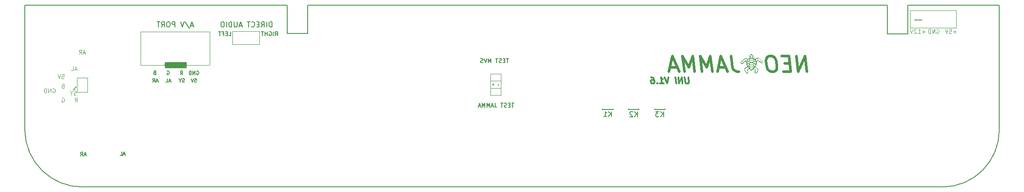
<source format=gbo>
G04 #@! TF.FileFunction,Legend,Bot*
%FSLAX46Y46*%
G04 Gerber Fmt 4.6, Leading zero omitted, Abs format (unit mm)*
G04 Created by KiCad (PCBNEW 4.0.7) date 05/21/21 15:04:17*
%MOMM*%
%LPD*%
G01*
G04 APERTURE LIST*
%ADD10C,0.100000*%
%ADD11C,0.150000*%
%ADD12C,0.200000*%
%ADD13C,0.500000*%
%ADD14C,0.300000*%
%ADD15C,0.010000*%
%ADD16C,0.120000*%
%ADD17C,1.000000*%
%ADD18C,0.031750*%
G04 APERTURE END LIST*
D10*
D11*
X75825000Y-101450000D02*
X76375000Y-100900000D01*
X190897500Y-105325500D02*
X188854500Y-105325500D01*
X185849500Y-105331500D02*
X183777500Y-105331500D01*
X180812500Y-105317500D02*
X180812500Y-105104500D01*
X183777500Y-105331500D02*
X183777500Y-105118500D01*
X188839500Y-105325500D02*
X188839500Y-105096500D01*
X178718500Y-105325500D02*
X178718500Y-105112500D01*
X180816500Y-105325500D02*
X178729500Y-105325500D01*
X185844500Y-105331500D02*
X185844500Y-105118500D01*
X190904500Y-105318500D02*
X190904500Y-105089500D01*
D12*
X180505095Y-106687381D02*
X180505095Y-105687381D01*
X179933666Y-106687381D02*
X180362238Y-106115952D01*
X179933666Y-105687381D02*
X180505095Y-106258810D01*
X178981285Y-106687381D02*
X179552714Y-106687381D01*
X179267000Y-106687381D02*
X179267000Y-105687381D01*
X179362238Y-105830238D01*
X179457476Y-105925476D01*
X179552714Y-105973095D01*
X185561095Y-106702381D02*
X185561095Y-105702381D01*
X184989666Y-106702381D02*
X185418238Y-106130952D01*
X184989666Y-105702381D02*
X185561095Y-106273810D01*
X184608714Y-105797619D02*
X184561095Y-105750000D01*
X184465857Y-105702381D01*
X184227761Y-105702381D01*
X184132523Y-105750000D01*
X184084904Y-105797619D01*
X184037285Y-105892857D01*
X184037285Y-105988095D01*
X184084904Y-106130952D01*
X184656333Y-106702381D01*
X184037285Y-106702381D01*
X190613095Y-106691381D02*
X190613095Y-105691381D01*
X190041666Y-106691381D02*
X190470238Y-106119952D01*
X190041666Y-105691381D02*
X190613095Y-106262810D01*
X189708333Y-105691381D02*
X189089285Y-105691381D01*
X189422619Y-106072333D01*
X189279761Y-106072333D01*
X189184523Y-106119952D01*
X189136904Y-106167571D01*
X189089285Y-106262810D01*
X189089285Y-106500905D01*
X189136904Y-106596143D01*
X189184523Y-106643762D01*
X189279761Y-106691381D01*
X189565476Y-106691381D01*
X189660714Y-106643762D01*
X189708333Y-106596143D01*
D10*
X76346428Y-102423810D02*
X76232142Y-102461905D01*
X76041666Y-102461905D01*
X75965476Y-102423810D01*
X75927380Y-102385714D01*
X75889285Y-102309524D01*
X75889285Y-102233333D01*
X75927380Y-102157143D01*
X75965476Y-102119048D01*
X76041666Y-102080952D01*
X76194047Y-102042857D01*
X76270238Y-102004762D01*
X76308333Y-101966667D01*
X76346428Y-101890476D01*
X76346428Y-101814286D01*
X76308333Y-101738095D01*
X76270238Y-101700000D01*
X76194047Y-101661905D01*
X76003571Y-101661905D01*
X75889285Y-101700000D01*
X75394047Y-102080952D02*
X75394047Y-102461905D01*
X75660714Y-101661905D02*
X75394047Y-102080952D01*
X75127380Y-101661905D01*
X73590476Y-103075000D02*
X73666667Y-103036905D01*
X73780952Y-103036905D01*
X73895238Y-103075000D01*
X73971429Y-103151190D01*
X74009524Y-103227381D01*
X74047619Y-103379762D01*
X74047619Y-103494048D01*
X74009524Y-103646429D01*
X73971429Y-103722619D01*
X73895238Y-103798810D01*
X73780952Y-103836905D01*
X73704762Y-103836905D01*
X73590476Y-103798810D01*
X73552381Y-103760714D01*
X73552381Y-103494048D01*
X73704762Y-103494048D01*
X76476285Y-97485333D02*
X76095333Y-97485333D01*
X76552476Y-97713905D02*
X76285809Y-96913905D01*
X76019142Y-97713905D01*
X75371523Y-97713905D02*
X75752476Y-97713905D01*
X75752476Y-96913905D01*
X71784523Y-101250000D02*
X71860714Y-101211905D01*
X71974999Y-101211905D01*
X72089285Y-101250000D01*
X72165476Y-101326190D01*
X72203571Y-101402381D01*
X72241666Y-101554762D01*
X72241666Y-101669048D01*
X72203571Y-101821429D01*
X72165476Y-101897619D01*
X72089285Y-101973810D01*
X71974999Y-102011905D01*
X71898809Y-102011905D01*
X71784523Y-101973810D01*
X71746428Y-101935714D01*
X71746428Y-101669048D01*
X71898809Y-101669048D01*
X71403571Y-102011905D02*
X71403571Y-101211905D01*
X70946428Y-102011905D01*
X70946428Y-101211905D01*
X70565476Y-102011905D02*
X70565476Y-101211905D01*
X70375000Y-101211905D01*
X70260714Y-101250000D01*
X70184523Y-101326190D01*
X70146428Y-101402381D01*
X70108333Y-101554762D01*
X70108333Y-101669048D01*
X70146428Y-101821429D01*
X70184523Y-101897619D01*
X70260714Y-101973810D01*
X70375000Y-102011905D01*
X70565476Y-102011905D01*
X73717857Y-100717857D02*
X73603571Y-100755952D01*
X73565476Y-100794048D01*
X73527381Y-100870238D01*
X73527381Y-100984524D01*
X73565476Y-101060714D01*
X73603571Y-101098810D01*
X73679762Y-101136905D01*
X73984524Y-101136905D01*
X73984524Y-100336905D01*
X73717857Y-100336905D01*
X73641667Y-100375000D01*
X73603571Y-100413095D01*
X73565476Y-100489286D01*
X73565476Y-100565476D01*
X73603571Y-100641667D01*
X73641667Y-100679762D01*
X73717857Y-100717857D01*
X73984524Y-100717857D01*
X73558380Y-98467905D02*
X73939333Y-98467905D01*
X73977428Y-98848857D01*
X73939333Y-98810762D01*
X73863142Y-98772667D01*
X73672666Y-98772667D01*
X73596476Y-98810762D01*
X73558380Y-98848857D01*
X73520285Y-98925048D01*
X73520285Y-99115524D01*
X73558380Y-99191714D01*
X73596476Y-99229810D01*
X73672666Y-99267905D01*
X73863142Y-99267905D01*
X73939333Y-99229810D01*
X73977428Y-99191714D01*
X73291714Y-98467905D02*
X73025047Y-99267905D01*
X72758380Y-98467905D01*
X78090476Y-94283333D02*
X77709524Y-94283333D01*
X78166667Y-94511905D02*
X77900000Y-93711905D01*
X77633333Y-94511905D01*
X76909524Y-94511905D02*
X77176191Y-94130952D01*
X77366667Y-94511905D02*
X77366667Y-93711905D01*
X77061905Y-93711905D01*
X76985714Y-93750000D01*
X76947619Y-93788095D01*
X76909524Y-93864286D01*
X76909524Y-93978571D01*
X76947619Y-94054762D01*
X76985714Y-94092857D01*
X77061905Y-94130952D01*
X77366667Y-94130952D01*
X76077381Y-103836905D02*
X76344048Y-103455952D01*
X76534524Y-103836905D02*
X76534524Y-103036905D01*
X76229762Y-103036905D01*
X76153571Y-103075000D01*
X76115476Y-103113095D01*
X76077381Y-103189286D01*
X76077381Y-103303571D01*
X76115476Y-103379762D01*
X76153571Y-103417857D01*
X76229762Y-103455952D01*
X76534524Y-103455952D01*
D11*
X78255667Y-114126667D02*
X77922333Y-114126667D01*
X78322333Y-114326667D02*
X78089000Y-113626667D01*
X77855667Y-114326667D01*
X77222333Y-114326667D02*
X77455667Y-113993333D01*
X77622333Y-114326667D02*
X77622333Y-113626667D01*
X77355667Y-113626667D01*
X77289000Y-113660000D01*
X77255667Y-113693333D01*
X77222333Y-113760000D01*
X77222333Y-113860000D01*
X77255667Y-113926667D01*
X77289000Y-113960000D01*
X77355667Y-113993333D01*
X77622333Y-113993333D01*
X85832000Y-114035667D02*
X85498666Y-114035667D01*
X85898666Y-114235667D02*
X85665333Y-113535667D01*
X85432000Y-114235667D01*
X84865333Y-114235667D02*
X85198666Y-114235667D01*
X85198666Y-113535667D01*
X94044667Y-97819000D02*
X94111333Y-97785667D01*
X94211333Y-97785667D01*
X94311333Y-97819000D01*
X94378000Y-97885667D01*
X94411333Y-97952333D01*
X94444667Y-98085667D01*
X94444667Y-98185667D01*
X94411333Y-98319000D01*
X94378000Y-98385667D01*
X94311333Y-98452333D01*
X94211333Y-98485667D01*
X94144667Y-98485667D01*
X94044667Y-98452333D01*
X94011333Y-98419000D01*
X94011333Y-98185667D01*
X94144667Y-98185667D01*
X99802333Y-97819000D02*
X99868999Y-97785667D01*
X99968999Y-97785667D01*
X100068999Y-97819000D01*
X100135666Y-97885667D01*
X100168999Y-97952333D01*
X100202333Y-98085667D01*
X100202333Y-98185667D01*
X100168999Y-98319000D01*
X100135666Y-98385667D01*
X100068999Y-98452333D01*
X99968999Y-98485667D01*
X99902333Y-98485667D01*
X99802333Y-98452333D01*
X99768999Y-98419000D01*
X99768999Y-98185667D01*
X99902333Y-98185667D01*
X99468999Y-98485667D02*
X99468999Y-97785667D01*
X99068999Y-98485667D01*
X99068999Y-97785667D01*
X98735666Y-98485667D02*
X98735666Y-97785667D01*
X98569000Y-97785667D01*
X98469000Y-97819000D01*
X98402333Y-97885667D01*
X98369000Y-97952333D01*
X98335666Y-98085667D01*
X98335666Y-98185667D01*
X98369000Y-98319000D01*
X98402333Y-98385667D01*
X98469000Y-98452333D01*
X98569000Y-98485667D01*
X98735666Y-98485667D01*
X99411333Y-99267667D02*
X99744666Y-99267667D01*
X99778000Y-99601000D01*
X99744666Y-99567667D01*
X99678000Y-99534333D01*
X99511333Y-99534333D01*
X99444666Y-99567667D01*
X99411333Y-99601000D01*
X99378000Y-99667667D01*
X99378000Y-99834333D01*
X99411333Y-99901000D01*
X99444666Y-99934333D01*
X99511333Y-99967667D01*
X99678000Y-99967667D01*
X99744666Y-99934333D01*
X99778000Y-99901000D01*
X99177999Y-99267667D02*
X98944666Y-99967667D01*
X98711333Y-99267667D01*
X94754000Y-99754667D02*
X94420666Y-99754667D01*
X94820666Y-99954667D02*
X94587333Y-99254667D01*
X94354000Y-99954667D01*
X93787333Y-99954667D02*
X94120666Y-99954667D01*
X94120666Y-99254667D01*
X92278667Y-99767667D02*
X91945333Y-99767667D01*
X92345333Y-99967667D02*
X92112000Y-99267667D01*
X91878667Y-99967667D01*
X91245333Y-99967667D02*
X91478667Y-99634333D01*
X91645333Y-99967667D02*
X91645333Y-99267667D01*
X91378667Y-99267667D01*
X91312000Y-99301000D01*
X91278667Y-99334333D01*
X91245333Y-99401000D01*
X91245333Y-99501000D01*
X91278667Y-99567667D01*
X91312000Y-99601000D01*
X91378667Y-99634333D01*
X91645333Y-99634333D01*
X91625000Y-98131000D02*
X91525000Y-98164333D01*
X91491667Y-98197667D01*
X91458333Y-98264333D01*
X91458333Y-98364333D01*
X91491667Y-98431000D01*
X91525000Y-98464333D01*
X91591667Y-98497667D01*
X91858333Y-98497667D01*
X91858333Y-97797667D01*
X91625000Y-97797667D01*
X91558333Y-97831000D01*
X91525000Y-97864333D01*
X91491667Y-97931000D01*
X91491667Y-97997667D01*
X91525000Y-98064333D01*
X91558333Y-98097667D01*
X91625000Y-98131000D01*
X91858333Y-98131000D01*
X97405000Y-99961333D02*
X97305000Y-99994667D01*
X97138333Y-99994667D01*
X97071666Y-99961333D01*
X97038333Y-99928000D01*
X97005000Y-99861333D01*
X97005000Y-99794667D01*
X97038333Y-99728000D01*
X97071666Y-99694667D01*
X97138333Y-99661333D01*
X97271666Y-99628000D01*
X97338333Y-99594667D01*
X97371666Y-99561333D01*
X97405000Y-99494667D01*
X97405000Y-99428000D01*
X97371666Y-99361333D01*
X97338333Y-99328000D01*
X97271666Y-99294667D01*
X97105000Y-99294667D01*
X97005000Y-99328000D01*
X96571666Y-99661333D02*
X96571666Y-99994667D01*
X96804999Y-99294667D02*
X96571666Y-99661333D01*
X96338333Y-99294667D01*
X96640333Y-98497667D02*
X96873667Y-98164333D01*
X97040333Y-98497667D02*
X97040333Y-97797667D01*
X96773667Y-97797667D01*
X96707000Y-97831000D01*
X96673667Y-97864333D01*
X96640333Y-97931000D01*
X96640333Y-98031000D01*
X96673667Y-98097667D01*
X96707000Y-98131000D01*
X96773667Y-98164333D01*
X97040333Y-98164333D01*
D10*
X247565571Y-90156143D02*
X246956047Y-90156143D01*
X247260809Y-90460905D02*
X247260809Y-89851381D01*
X246194142Y-89660905D02*
X246575095Y-89660905D01*
X246613190Y-90041857D01*
X246575095Y-90003762D01*
X246498904Y-89965667D01*
X246308428Y-89965667D01*
X246232238Y-90003762D01*
X246194142Y-90041857D01*
X246156047Y-90118048D01*
X246156047Y-90308524D01*
X246194142Y-90384714D01*
X246232238Y-90422810D01*
X246308428Y-90460905D01*
X246498904Y-90460905D01*
X246575095Y-90422810D01*
X246613190Y-90384714D01*
X245927476Y-89660905D02*
X245660809Y-90460905D01*
X245394142Y-89660905D01*
X241519524Y-90137143D02*
X240910000Y-90137143D01*
X241214762Y-90441905D02*
X241214762Y-89832381D01*
X240110000Y-90441905D02*
X240567143Y-90441905D01*
X240338572Y-90441905D02*
X240338572Y-89641905D01*
X240414762Y-89756190D01*
X240490953Y-89832381D01*
X240567143Y-89870476D01*
X239805238Y-89718095D02*
X239767143Y-89680000D01*
X239690952Y-89641905D01*
X239500476Y-89641905D01*
X239424286Y-89680000D01*
X239386190Y-89718095D01*
X239348095Y-89794286D01*
X239348095Y-89870476D01*
X239386190Y-89984762D01*
X239843333Y-90441905D01*
X239348095Y-90441905D01*
X239119524Y-89641905D02*
X238852857Y-90441905D01*
X238586190Y-89641905D01*
D11*
X244827000Y-120403000D02*
X77789000Y-120403000D01*
X255937000Y-84980000D02*
X255937000Y-109124000D01*
X238205000Y-84963000D02*
X255937000Y-84963000D01*
X238174000Y-90527000D02*
X238174000Y-84957000D01*
X244851000Y-120412000D02*
G75*
G03X255943000Y-109264000I-28000J11120000D01*
G01*
X66349000Y-109342000D02*
G75*
G03X77749000Y-120406000I11232000J168000D01*
G01*
X66349000Y-84935000D02*
X66349000Y-109258000D01*
X234151000Y-90527000D02*
X234151000Y-84957000D01*
X121369000Y-84970000D02*
X121369000Y-90500000D01*
X117402000Y-84931000D02*
X117402000Y-90497000D01*
X117398000Y-84931000D02*
X66355000Y-84931000D01*
X238164000Y-90525000D02*
X234144000Y-90525000D01*
D12*
X160482906Y-95367905D02*
X160025763Y-95367905D01*
X160254334Y-96167905D02*
X160254334Y-95367905D01*
X159759096Y-95748857D02*
X159492429Y-95748857D01*
X159378143Y-96167905D02*
X159759096Y-96167905D01*
X159759096Y-95367905D01*
X159378143Y-95367905D01*
X159073381Y-96129810D02*
X158959095Y-96167905D01*
X158768619Y-96167905D01*
X158692429Y-96129810D01*
X158654333Y-96091714D01*
X158616238Y-96015524D01*
X158616238Y-95939333D01*
X158654333Y-95863143D01*
X158692429Y-95825048D01*
X158768619Y-95786952D01*
X158921000Y-95748857D01*
X158997191Y-95710762D01*
X159035286Y-95672667D01*
X159073381Y-95596476D01*
X159073381Y-95520286D01*
X159035286Y-95444095D01*
X158997191Y-95406000D01*
X158921000Y-95367905D01*
X158730524Y-95367905D01*
X158616238Y-95406000D01*
X158387667Y-95367905D02*
X157930524Y-95367905D01*
X158159095Y-96167905D02*
X158159095Y-95367905D01*
X157054333Y-96167905D02*
X157054333Y-95367905D01*
X156787666Y-95939333D01*
X156520999Y-95367905D01*
X156520999Y-96167905D01*
X156254333Y-95367905D02*
X155987666Y-96167905D01*
X155720999Y-95367905D01*
X155492428Y-96129810D02*
X155378142Y-96167905D01*
X155187666Y-96167905D01*
X155111476Y-96129810D01*
X155073380Y-96091714D01*
X155035285Y-96015524D01*
X155035285Y-95939333D01*
X155073380Y-95863143D01*
X155111476Y-95825048D01*
X155187666Y-95786952D01*
X155340047Y-95748857D01*
X155416238Y-95710762D01*
X155454333Y-95672667D01*
X155492428Y-95596476D01*
X155492428Y-95520286D01*
X155454333Y-95444095D01*
X155416238Y-95406000D01*
X155340047Y-95367905D01*
X155149571Y-95367905D01*
X155035285Y-95406000D01*
X161514715Y-104057905D02*
X161057572Y-104057905D01*
X161286143Y-104857905D02*
X161286143Y-104057905D01*
X160790905Y-104438857D02*
X160524238Y-104438857D01*
X160409952Y-104857905D02*
X160790905Y-104857905D01*
X160790905Y-104057905D01*
X160409952Y-104057905D01*
X160105190Y-104819810D02*
X159990904Y-104857905D01*
X159800428Y-104857905D01*
X159724238Y-104819810D01*
X159686142Y-104781714D01*
X159648047Y-104705524D01*
X159648047Y-104629333D01*
X159686142Y-104553143D01*
X159724238Y-104515048D01*
X159800428Y-104476952D01*
X159952809Y-104438857D01*
X160029000Y-104400762D01*
X160067095Y-104362667D01*
X160105190Y-104286476D01*
X160105190Y-104210286D01*
X160067095Y-104134095D01*
X160029000Y-104096000D01*
X159952809Y-104057905D01*
X159762333Y-104057905D01*
X159648047Y-104096000D01*
X159419476Y-104057905D02*
X158962333Y-104057905D01*
X159190904Y-104857905D02*
X159190904Y-104057905D01*
X157857570Y-104057905D02*
X157857570Y-104629333D01*
X157895666Y-104743619D01*
X157971856Y-104819810D01*
X158086142Y-104857905D01*
X158162332Y-104857905D01*
X157514713Y-104629333D02*
X157133761Y-104629333D01*
X157590904Y-104857905D02*
X157324237Y-104057905D01*
X157057570Y-104857905D01*
X156790904Y-104857905D02*
X156790904Y-104057905D01*
X156524237Y-104629333D01*
X156257570Y-104057905D01*
X156257570Y-104857905D01*
X155876618Y-104857905D02*
X155876618Y-104057905D01*
X155609951Y-104629333D01*
X155343284Y-104057905D01*
X155343284Y-104857905D01*
X155000427Y-104629333D02*
X154619475Y-104629333D01*
X155076618Y-104857905D02*
X154809951Y-104057905D01*
X154543284Y-104857905D01*
D10*
X243773523Y-89689000D02*
X243849714Y-89650905D01*
X243963999Y-89650905D01*
X244078285Y-89689000D01*
X244154476Y-89765190D01*
X244192571Y-89841381D01*
X244230666Y-89993762D01*
X244230666Y-90108048D01*
X244192571Y-90260429D01*
X244154476Y-90336619D01*
X244078285Y-90412810D01*
X243963999Y-90450905D01*
X243887809Y-90450905D01*
X243773523Y-90412810D01*
X243735428Y-90374714D01*
X243735428Y-90108048D01*
X243887809Y-90108048D01*
X243392571Y-90450905D02*
X243392571Y-89650905D01*
X242935428Y-90450905D01*
X242935428Y-89650905D01*
X242554476Y-90450905D02*
X242554476Y-89650905D01*
X242364000Y-89650905D01*
X242249714Y-89689000D01*
X242173523Y-89765190D01*
X242135428Y-89841381D01*
X242097333Y-89993762D01*
X242097333Y-90108048D01*
X242135428Y-90260429D01*
X242173523Y-90336619D01*
X242249714Y-90412810D01*
X242364000Y-90450905D01*
X242554476Y-90450905D01*
D11*
X121369000Y-84960000D02*
X234149000Y-84960000D01*
X117399000Y-90500000D02*
X121369000Y-90500000D01*
D13*
X218538928Y-97902143D02*
X218163928Y-94902143D01*
X216824643Y-97902143D01*
X216449643Y-94902143D01*
X215199642Y-96330714D02*
X214199642Y-96330714D01*
X213967500Y-97902143D02*
X215396071Y-97902143D01*
X215021071Y-94902143D01*
X213592500Y-94902143D01*
X211735357Y-94902143D02*
X211163928Y-94902143D01*
X210896071Y-95045000D01*
X210646071Y-95330714D01*
X210574642Y-95902143D01*
X210699642Y-96902143D01*
X210913928Y-97473571D01*
X211235357Y-97759286D01*
X211538928Y-97902143D01*
X212110357Y-97902143D01*
X212378214Y-97759286D01*
X212628213Y-97473571D01*
X212699642Y-96902143D01*
X212574642Y-95902143D01*
X212360356Y-95330714D01*
X212038928Y-95045000D01*
X211735357Y-94902143D01*
X203735357Y-94902143D02*
X204003214Y-97045000D01*
X204199643Y-97473571D01*
X204521072Y-97759286D01*
X204967500Y-97902143D01*
X205253215Y-97902143D01*
X202717500Y-97045000D02*
X201288929Y-97045000D01*
X203110358Y-97902143D02*
X201735358Y-94902143D01*
X201110358Y-97902143D01*
X200110357Y-97902143D02*
X199735357Y-94902143D01*
X199003214Y-97045000D01*
X197735357Y-94902143D01*
X198110357Y-97902143D01*
X196681786Y-97902143D02*
X196306786Y-94902143D01*
X195574643Y-97045000D01*
X194306786Y-94902143D01*
X194681786Y-97902143D01*
X193288929Y-97045000D02*
X191860358Y-97045000D01*
X193681787Y-97902143D02*
X192306787Y-94902143D01*
X191681787Y-97902143D01*
D14*
X195431000Y-99037857D02*
X195552429Y-100009286D01*
X195509571Y-100123571D01*
X195459571Y-100180714D01*
X195352428Y-100237857D01*
X195123857Y-100237857D01*
X195002428Y-100180714D01*
X194938142Y-100123571D01*
X194866714Y-100009286D01*
X194745285Y-99037857D01*
X194323857Y-100237857D02*
X194173857Y-99037857D01*
X193638142Y-100237857D01*
X193488142Y-99037857D01*
X193066714Y-100237857D02*
X192916714Y-99037857D01*
X191602427Y-99037857D02*
X191352427Y-100237857D01*
X190802427Y-99037857D01*
X189923856Y-100237857D02*
X190609571Y-100237857D01*
X190266713Y-100237857D02*
X190116713Y-99037857D01*
X190252428Y-99209286D01*
X190380999Y-99323571D01*
X190502428Y-99380714D01*
X189395285Y-100123571D02*
X189345285Y-100180714D01*
X189409571Y-100237857D01*
X189459571Y-100180714D01*
X189395285Y-100123571D01*
X189409571Y-100237857D01*
X188173856Y-99037857D02*
X188402427Y-99037857D01*
X188523856Y-99095000D01*
X188588142Y-99152143D01*
X188723856Y-99323571D01*
X188809571Y-99552143D01*
X188866714Y-100009286D01*
X188823856Y-100123571D01*
X188773856Y-100180714D01*
X188666713Y-100237857D01*
X188438142Y-100237857D01*
X188316713Y-100180714D01*
X188252427Y-100123571D01*
X188180999Y-100009286D01*
X188145284Y-99723571D01*
X188188142Y-99609286D01*
X188238142Y-99552143D01*
X188345285Y-99495000D01*
X188573856Y-99495000D01*
X188695285Y-99552143D01*
X188759571Y-99609286D01*
X188830999Y-99723571D01*
D12*
X114412571Y-89210381D02*
X114412571Y-88210381D01*
X114174476Y-88210381D01*
X114031618Y-88258000D01*
X113936380Y-88353238D01*
X113888761Y-88448476D01*
X113841142Y-88638952D01*
X113841142Y-88781810D01*
X113888761Y-88972286D01*
X113936380Y-89067524D01*
X114031618Y-89162762D01*
X114174476Y-89210381D01*
X114412571Y-89210381D01*
X113412571Y-89210381D02*
X113412571Y-88210381D01*
X112364952Y-89210381D02*
X112698286Y-88734190D01*
X112936381Y-89210381D02*
X112936381Y-88210381D01*
X112555428Y-88210381D01*
X112460190Y-88258000D01*
X112412571Y-88305619D01*
X112364952Y-88400857D01*
X112364952Y-88543714D01*
X112412571Y-88638952D01*
X112460190Y-88686571D01*
X112555428Y-88734190D01*
X112936381Y-88734190D01*
X111936381Y-88686571D02*
X111603047Y-88686571D01*
X111460190Y-89210381D02*
X111936381Y-89210381D01*
X111936381Y-88210381D01*
X111460190Y-88210381D01*
X110460190Y-89115143D02*
X110507809Y-89162762D01*
X110650666Y-89210381D01*
X110745904Y-89210381D01*
X110888762Y-89162762D01*
X110984000Y-89067524D01*
X111031619Y-88972286D01*
X111079238Y-88781810D01*
X111079238Y-88638952D01*
X111031619Y-88448476D01*
X110984000Y-88353238D01*
X110888762Y-88258000D01*
X110745904Y-88210381D01*
X110650666Y-88210381D01*
X110507809Y-88258000D01*
X110460190Y-88305619D01*
X110174476Y-88210381D02*
X109603047Y-88210381D01*
X109888762Y-89210381D02*
X109888762Y-88210381D01*
X108555428Y-88924667D02*
X108079237Y-88924667D01*
X108650666Y-89210381D02*
X108317333Y-88210381D01*
X107983999Y-89210381D01*
X107650666Y-88210381D02*
X107650666Y-89019905D01*
X107603047Y-89115143D01*
X107555428Y-89162762D01*
X107460190Y-89210381D01*
X107269713Y-89210381D01*
X107174475Y-89162762D01*
X107126856Y-89115143D01*
X107079237Y-89019905D01*
X107079237Y-88210381D01*
X106603047Y-89210381D02*
X106603047Y-88210381D01*
X106364952Y-88210381D01*
X106222094Y-88258000D01*
X106126856Y-88353238D01*
X106079237Y-88448476D01*
X106031618Y-88638952D01*
X106031618Y-88781810D01*
X106079237Y-88972286D01*
X106126856Y-89067524D01*
X106222094Y-89162762D01*
X106364952Y-89210381D01*
X106603047Y-89210381D01*
X105603047Y-89210381D02*
X105603047Y-88210381D01*
X104936381Y-88210381D02*
X104745904Y-88210381D01*
X104650666Y-88258000D01*
X104555428Y-88353238D01*
X104507809Y-88543714D01*
X104507809Y-88877048D01*
X104555428Y-89067524D01*
X104650666Y-89162762D01*
X104745904Y-89210381D01*
X104936381Y-89210381D01*
X105031619Y-89162762D01*
X105126857Y-89067524D01*
X105174476Y-88877048D01*
X105174476Y-88543714D01*
X105126857Y-88353238D01*
X105031619Y-88258000D01*
X104936381Y-88210381D01*
X115066666Y-90911905D02*
X115333333Y-90530952D01*
X115523809Y-90911905D02*
X115523809Y-90111905D01*
X115219047Y-90111905D01*
X115142856Y-90150000D01*
X115104761Y-90188095D01*
X115066666Y-90264286D01*
X115066666Y-90378571D01*
X115104761Y-90454762D01*
X115142856Y-90492857D01*
X115219047Y-90530952D01*
X115523809Y-90530952D01*
X114723809Y-90911905D02*
X114723809Y-90111905D01*
X113923809Y-90150000D02*
X114000000Y-90111905D01*
X114114285Y-90111905D01*
X114228571Y-90150000D01*
X114304762Y-90226190D01*
X114342857Y-90302381D01*
X114380952Y-90454762D01*
X114380952Y-90569048D01*
X114342857Y-90721429D01*
X114304762Y-90797619D01*
X114228571Y-90873810D01*
X114114285Y-90911905D01*
X114038095Y-90911905D01*
X113923809Y-90873810D01*
X113885714Y-90835714D01*
X113885714Y-90569048D01*
X114038095Y-90569048D01*
X113542857Y-90911905D02*
X113542857Y-90111905D01*
X113542857Y-90492857D02*
X113085714Y-90492857D01*
X113085714Y-90911905D02*
X113085714Y-90111905D01*
X112819048Y-90111905D02*
X112361905Y-90111905D01*
X112590476Y-90911905D02*
X112590476Y-90111905D01*
X99122191Y-88924667D02*
X98646000Y-88924667D01*
X99217429Y-89210381D02*
X98884096Y-88210381D01*
X98550762Y-89210381D01*
X97503143Y-88162762D02*
X98360286Y-89448476D01*
X97312667Y-88210381D02*
X96979334Y-89210381D01*
X96646000Y-88210381D01*
X95550762Y-89210381D02*
X95550762Y-88210381D01*
X95169809Y-88210381D01*
X95074571Y-88258000D01*
X95026952Y-88305619D01*
X94979333Y-88400857D01*
X94979333Y-88543714D01*
X95026952Y-88638952D01*
X95074571Y-88686571D01*
X95169809Y-88734190D01*
X95550762Y-88734190D01*
X94360286Y-88210381D02*
X94169809Y-88210381D01*
X94074571Y-88258000D01*
X93979333Y-88353238D01*
X93931714Y-88543714D01*
X93931714Y-88877048D01*
X93979333Y-89067524D01*
X94074571Y-89162762D01*
X94169809Y-89210381D01*
X94360286Y-89210381D01*
X94455524Y-89162762D01*
X94550762Y-89067524D01*
X94598381Y-88877048D01*
X94598381Y-88543714D01*
X94550762Y-88353238D01*
X94455524Y-88258000D01*
X94360286Y-88210381D01*
X92931714Y-89210381D02*
X93265048Y-88734190D01*
X93503143Y-89210381D02*
X93503143Y-88210381D01*
X93122190Y-88210381D01*
X93026952Y-88258000D01*
X92979333Y-88305619D01*
X92931714Y-88400857D01*
X92931714Y-88543714D01*
X92979333Y-88638952D01*
X93026952Y-88686571D01*
X93122190Y-88734190D01*
X93503143Y-88734190D01*
X92646000Y-88210381D02*
X92074571Y-88210381D01*
X92360286Y-89210381D02*
X92360286Y-88210381D01*
X106036904Y-90911905D02*
X106417857Y-90911905D01*
X106417857Y-90111905D01*
X105770238Y-90492857D02*
X105503571Y-90492857D01*
X105389285Y-90911905D02*
X105770238Y-90911905D01*
X105770238Y-90111905D01*
X105389285Y-90111905D01*
X104779761Y-90492857D02*
X105046428Y-90492857D01*
X105046428Y-90911905D02*
X105046428Y-90111905D01*
X104665475Y-90111905D01*
X104475000Y-90111905D02*
X104017857Y-90111905D01*
X104246428Y-90911905D02*
X104246428Y-90111905D01*
D15*
G36*
X207638732Y-94502094D02*
X207578554Y-94552621D01*
X207509935Y-94623346D01*
X207442744Y-94703234D01*
X207386850Y-94781248D01*
X207352123Y-94846355D01*
X207349926Y-94852536D01*
X207338084Y-94912508D01*
X207344074Y-94980116D01*
X207370372Y-95068096D01*
X207411994Y-95171816D01*
X207411934Y-95205691D01*
X207370148Y-95227505D01*
X207358265Y-95230639D01*
X207300918Y-95252835D01*
X207218956Y-95294255D01*
X207130046Y-95345967D01*
X207129389Y-95346377D01*
X206971877Y-95444607D01*
X206849989Y-95387469D01*
X206683055Y-95317807D01*
X206551182Y-95281598D01*
X206455585Y-95279164D01*
X206447356Y-95280967D01*
X206402841Y-95306690D01*
X206328650Y-95367347D01*
X206228497Y-95459589D01*
X206106096Y-95580065D01*
X206032347Y-95655381D01*
X205890845Y-95804118D01*
X205783665Y-95923885D01*
X205707602Y-96019953D01*
X205659453Y-96097593D01*
X205636015Y-96162077D01*
X205634084Y-96218676D01*
X205650455Y-96272661D01*
X205653371Y-96278950D01*
X205683850Y-96328039D01*
X205721316Y-96355417D01*
X205769763Y-96359037D01*
X205833185Y-96336850D01*
X205915575Y-96286808D01*
X206020928Y-96206864D01*
X206153237Y-96094969D01*
X206316495Y-95949076D01*
X206342106Y-95925769D01*
X206500651Y-95781238D01*
X206613961Y-95857338D01*
X206727272Y-95933438D01*
X206727686Y-96180024D01*
X206728838Y-96292591D01*
X206734560Y-96375515D01*
X206748922Y-96445783D01*
X206775995Y-96520382D01*
X206819848Y-96616298D01*
X206844505Y-96667554D01*
X206960909Y-96908500D01*
X206800556Y-96981716D01*
X206623544Y-97089550D01*
X206509357Y-97193282D01*
X206378511Y-97331632D01*
X206392516Y-97486082D01*
X206420043Y-97619545D01*
X206475074Y-97768620D01*
X206548774Y-97914670D01*
X206632307Y-98039056D01*
X206679680Y-98091906D01*
X206737047Y-98141295D01*
X206786048Y-98159901D01*
X206850954Y-98155869D01*
X206863922Y-98153755D01*
X206936754Y-98134069D01*
X206989489Y-98106841D01*
X206996958Y-98099700D01*
X207010860Y-98055107D01*
X207016158Y-97976741D01*
X207013851Y-97880711D01*
X207004937Y-97783128D01*
X206990415Y-97700101D01*
X206971283Y-97647742D01*
X206968731Y-97644293D01*
X206943046Y-97595793D01*
X206920385Y-97525737D01*
X206918763Y-97518820D01*
X206908102Y-97459497D01*
X206919498Y-97434378D01*
X206962896Y-97428334D01*
X206978425Y-97428052D01*
X207049445Y-97415377D01*
X207135734Y-97384723D01*
X207171144Y-97367889D01*
X207283987Y-97308874D01*
X207469467Y-97470637D01*
X207553077Y-97540338D01*
X207625626Y-97594964D01*
X207676824Y-97627053D01*
X207692522Y-97632400D01*
X207727592Y-97616649D01*
X207789429Y-97574540D01*
X207867120Y-97513790D01*
X207903078Y-97483518D01*
X208076061Y-97334637D01*
X208163954Y-97408013D01*
X208242350Y-97458483D01*
X208327557Y-97492420D01*
X208347223Y-97496641D01*
X208408184Y-97507122D01*
X208440666Y-97514137D01*
X208442326Y-97514996D01*
X208435490Y-97538772D01*
X208418279Y-97596303D01*
X208404226Y-97642786D01*
X208379939Y-97754185D01*
X208368089Y-97876982D01*
X208368624Y-97995916D01*
X208381494Y-98095723D01*
X208405941Y-98160148D01*
X208465252Y-98205062D01*
X208545912Y-98218718D01*
X208629260Y-98201161D01*
X208690462Y-98159450D01*
X208727686Y-98107618D01*
X208770583Y-98031182D01*
X208810700Y-97947583D01*
X208839585Y-97874264D01*
X208849000Y-97832267D01*
X208859306Y-97796174D01*
X208885320Y-97733594D01*
X208899800Y-97702602D01*
X208944964Y-97576717D01*
X208945173Y-97559597D01*
X208920503Y-97559597D01*
X208879619Y-97691554D01*
X208874400Y-97702602D01*
X208843818Y-97770876D01*
X208825716Y-97820899D01*
X208823600Y-97832267D01*
X208812315Y-97877752D01*
X208783894Y-97949659D01*
X208746496Y-98030355D01*
X208708275Y-98102206D01*
X208678148Y-98146750D01*
X208621204Y-98180856D01*
X208546182Y-98192459D01*
X208473338Y-98181923D01*
X208422928Y-98149613D01*
X208418094Y-98142069D01*
X208400550Y-98077560D01*
X208393043Y-97979703D01*
X208395222Y-97864877D01*
X208406737Y-97749459D01*
X208427238Y-97649829D01*
X208428720Y-97644800D01*
X208447933Y-97571121D01*
X208456202Y-97518534D01*
X208454736Y-97504487D01*
X208424738Y-97489178D01*
X208364906Y-97474194D01*
X208351956Y-97471937D01*
X208270199Y-97445877D01*
X208187214Y-97400912D01*
X208174360Y-97391646D01*
X208088642Y-97326266D01*
X208230757Y-97149133D01*
X208296410Y-97070379D01*
X208351757Y-97009620D01*
X208388325Y-96975921D01*
X208396388Y-96972000D01*
X208432652Y-96987595D01*
X208496288Y-97028924D01*
X208576849Y-97087801D01*
X208663889Y-97156041D01*
X208746965Y-97225456D01*
X208815628Y-97287863D01*
X208859053Y-97334571D01*
X208913697Y-97441774D01*
X208920503Y-97559597D01*
X208945173Y-97559597D01*
X208946301Y-97467719D01*
X208902534Y-97364740D01*
X208852384Y-97299371D01*
X208782116Y-97229154D01*
X208688205Y-97147803D01*
X208589699Y-97071716D01*
X208579334Y-97064325D01*
X208404500Y-96940858D01*
X208531500Y-96686295D01*
X208586790Y-96573924D01*
X208623131Y-96491475D01*
X208644499Y-96423540D01*
X208654867Y-96354706D01*
X208658211Y-96269563D01*
X208658425Y-96213492D01*
X208631585Y-96213492D01*
X208629506Y-96316115D01*
X208622057Y-96394207D01*
X208604923Y-96464419D01*
X208573790Y-96543402D01*
X208524341Y-96647809D01*
X208513111Y-96670692D01*
X208443634Y-96799579D01*
X208359627Y-96937386D01*
X208275701Y-97060605D01*
X208247926Y-97097369D01*
X208169062Y-97190971D01*
X208076770Y-97289788D01*
X207978985Y-97386529D01*
X207883641Y-97473903D01*
X207798673Y-97544620D01*
X207732016Y-97591388D01*
X207693300Y-97607000D01*
X207658413Y-97591109D01*
X207596442Y-97548440D01*
X207517793Y-97486494D01*
X207470847Y-97446619D01*
X207320164Y-97295049D01*
X207268083Y-97295049D01*
X207156162Y-97349424D01*
X207069098Y-97382741D01*
X206983111Y-97401946D01*
X206956656Y-97403800D01*
X206898397Y-97407005D01*
X206877989Y-97426443D01*
X206882504Y-97476849D01*
X206884230Y-97486350D01*
X206907681Y-97566405D01*
X206938320Y-97631145D01*
X206964247Y-97706913D01*
X206977755Y-97830908D01*
X206979675Y-97896329D01*
X206980029Y-97997462D01*
X206976024Y-98059137D01*
X206964529Y-98092681D01*
X206942414Y-98109421D01*
X206918600Y-98117302D01*
X206823666Y-98136049D01*
X206754711Y-98124302D01*
X206693814Y-98077122D01*
X206668695Y-98048436D01*
X206569883Y-97905881D01*
X206489458Y-97745815D01*
X206435498Y-97586347D01*
X206417936Y-97486305D01*
X206411833Y-97402205D01*
X206417108Y-97346293D01*
X206440654Y-97299091D01*
X206489366Y-97241121D01*
X206514362Y-97213897D01*
X206598044Y-97137812D01*
X206704025Y-97061728D01*
X206815309Y-96996273D01*
X206914899Y-96952073D01*
X206948245Y-96942597D01*
X206985540Y-96958477D01*
X207044895Y-97014470D01*
X207122522Y-97106959D01*
X207128362Y-97114474D01*
X207268083Y-97295049D01*
X207320164Y-97295049D01*
X207226252Y-97200585D01*
X207016379Y-96921400D01*
X206872013Y-96667637D01*
X206818553Y-96556528D01*
X206784183Y-96474353D01*
X206764701Y-96404898D01*
X206755906Y-96331950D01*
X206753595Y-96239295D01*
X206753539Y-96210437D01*
X206767013Y-96019673D01*
X206804733Y-95832374D01*
X206862547Y-95664601D01*
X206924472Y-95549217D01*
X206975578Y-95492333D01*
X207014104Y-95459491D01*
X206937553Y-95459491D01*
X206929908Y-95482666D01*
X206903755Y-95537770D01*
X206870274Y-95602419D01*
X206826929Y-95691918D01*
X206792816Y-95777283D01*
X206779453Y-95822650D01*
X206762517Y-95878619D01*
X206744293Y-95904914D01*
X206742605Y-95905200D01*
X206712034Y-95892082D01*
X206654882Y-95858461D01*
X206611848Y-95830519D01*
X206500651Y-95755838D01*
X206342522Y-95900369D01*
X206172785Y-96052968D01*
X206034584Y-96170800D01*
X205924358Y-96255828D01*
X205838548Y-96310014D01*
X205773595Y-96335320D01*
X205725937Y-96333707D01*
X205692017Y-96307137D01*
X205672538Y-96269652D01*
X205659089Y-96213384D01*
X205664099Y-96154392D01*
X205690923Y-96087269D01*
X205742918Y-96006612D01*
X205823438Y-95907013D01*
X205935839Y-95783069D01*
X206046264Y-95667598D01*
X206171825Y-95541084D01*
X206280345Y-95437535D01*
X206367151Y-95361149D01*
X206427575Y-95316124D01*
X206448572Y-95306062D01*
X206534218Y-95304519D01*
X206651108Y-95332072D01*
X206790520Y-95386461D01*
X206829700Y-95404874D01*
X206892300Y-95435743D01*
X206931680Y-95456016D01*
X206937553Y-95459491D01*
X207014104Y-95459491D01*
X207054383Y-95425155D01*
X207144115Y-95361941D01*
X207146882Y-95360203D01*
X207311128Y-95257500D01*
X208075473Y-95257500D01*
X208239719Y-95360203D01*
X208329521Y-95423068D01*
X208408915Y-95490336D01*
X208461129Y-95547752D01*
X208462129Y-95549217D01*
X208535751Y-95691856D01*
X208591029Y-95867569D01*
X208623969Y-96060699D01*
X208631585Y-96213492D01*
X208658425Y-96213492D01*
X208658500Y-96193883D01*
X208661490Y-96065076D01*
X208670420Y-95985681D01*
X208685228Y-95956204D01*
X208686775Y-95956017D01*
X208717270Y-95938638D01*
X208770021Y-95893097D01*
X208833512Y-95829353D01*
X208951975Y-95702707D01*
X209135438Y-95850489D01*
X209306101Y-95983409D01*
X209455905Y-96090864D01*
X209580920Y-96170348D01*
X209677215Y-96219353D01*
X209739139Y-96235400D01*
X209810853Y-96218886D01*
X209867098Y-96177908D01*
X209890391Y-96125314D01*
X209890401Y-96124258D01*
X209889772Y-96122359D01*
X209855763Y-96122359D01*
X209843663Y-96166860D01*
X209841550Y-96169550D01*
X209786142Y-96205142D01*
X209708523Y-96202294D01*
X209605688Y-96160332D01*
X209493304Y-96091435D01*
X209387386Y-96016586D01*
X209265908Y-95926481D01*
X209152230Y-95838510D01*
X209133924Y-95823862D01*
X208948948Y-95674853D01*
X208827280Y-95807173D01*
X208746599Y-95885825D01*
X208687154Y-95920607D01*
X208645090Y-95911820D01*
X208616553Y-95859765D01*
X208607525Y-95824366D01*
X208585285Y-95753874D01*
X208547370Y-95664279D01*
X208519613Y-95608485D01*
X208449366Y-95476870D01*
X208566633Y-95417985D01*
X208650797Y-95373528D01*
X208727676Y-95329380D01*
X208752853Y-95313559D01*
X208820172Y-95283075D01*
X208909822Y-95259143D01*
X208948782Y-95252980D01*
X209075759Y-95237942D01*
X209417069Y-95573492D01*
X209577517Y-95735417D01*
X209699765Y-95868675D01*
X209785659Y-95975857D01*
X209837043Y-96059555D01*
X209855763Y-96122359D01*
X209889772Y-96122359D01*
X209870509Y-96064242D01*
X209811632Y-95974603D01*
X209714967Y-95856798D01*
X209581711Y-95712286D01*
X209413061Y-95542522D01*
X209410314Y-95539835D01*
X209075512Y-95212571D01*
X208946867Y-95227807D01*
X208866930Y-95241086D01*
X208806711Y-95257931D01*
X208789161Y-95266963D01*
X208751258Y-95291504D01*
X208686017Y-95328163D01*
X208607774Y-95369541D01*
X208530865Y-95408239D01*
X208469624Y-95436859D01*
X208438418Y-95448000D01*
X208409494Y-95435389D01*
X208349880Y-95402076D01*
X208271610Y-95354839D01*
X208258725Y-95346796D01*
X208167106Y-95294092D01*
X208080102Y-95251993D01*
X208016085Y-95229358D01*
X208014565Y-95229042D01*
X207958797Y-95211509D01*
X207945091Y-95185656D01*
X207949329Y-95171496D01*
X207995445Y-95055201D01*
X208019009Y-94970373D01*
X208019412Y-94962719D01*
X207999015Y-94962719D01*
X207983074Y-94996406D01*
X207952378Y-94994333D01*
X207945164Y-94989027D01*
X207912233Y-94933035D01*
X207921532Y-94867383D01*
X207940950Y-94838354D01*
X207959198Y-94815854D01*
X207942287Y-94825888D01*
X207928250Y-94836385D01*
X207888499Y-94891644D01*
X207896163Y-94954920D01*
X207933002Y-95002053D01*
X207963567Y-95034981D01*
X207967692Y-95067680D01*
X207946653Y-95121053D01*
X207940998Y-95132990D01*
X207899792Y-95219400D01*
X207461409Y-95219400D01*
X207420203Y-95132990D01*
X207395231Y-95074333D01*
X207395217Y-95039716D01*
X207421437Y-95008237D01*
X207428199Y-95002053D01*
X207471752Y-94938506D01*
X207471370Y-94933750D01*
X207444289Y-94933750D01*
X207428411Y-94979279D01*
X207402410Y-95001146D01*
X207374678Y-94987082D01*
X207370634Y-94980665D01*
X207359823Y-94927386D01*
X207365129Y-94877460D01*
X207388357Y-94823796D01*
X207414800Y-94820039D01*
X207438781Y-94866235D01*
X207441653Y-94876829D01*
X207444289Y-94933750D01*
X207471370Y-94933750D01*
X207466094Y-94868150D01*
X207440801Y-94822850D01*
X207424168Y-94792010D01*
X207426361Y-94761235D01*
X207452398Y-94718750D01*
X207507296Y-94652779D01*
X207518971Y-94639398D01*
X207583489Y-94573024D01*
X207641677Y-94525840D01*
X207680412Y-94508200D01*
X207723776Y-94527693D01*
X207784142Y-94578577D01*
X207851126Y-94649454D01*
X207914343Y-94728926D01*
X207963410Y-94805598D01*
X207977169Y-94833914D01*
X207997835Y-94904734D01*
X207999015Y-94962719D01*
X208019412Y-94962719D01*
X208022496Y-94904270D01*
X208011275Y-94852536D01*
X207979625Y-94789628D01*
X207925670Y-94712540D01*
X207859278Y-94632305D01*
X207790320Y-94559960D01*
X207728664Y-94506539D01*
X207684180Y-94483078D01*
X207680600Y-94482800D01*
X207638732Y-94502094D01*
X207638732Y-94502094D01*
G37*
X207638732Y-94502094D02*
X207578554Y-94552621D01*
X207509935Y-94623346D01*
X207442744Y-94703234D01*
X207386850Y-94781248D01*
X207352123Y-94846355D01*
X207349926Y-94852536D01*
X207338084Y-94912508D01*
X207344074Y-94980116D01*
X207370372Y-95068096D01*
X207411994Y-95171816D01*
X207411934Y-95205691D01*
X207370148Y-95227505D01*
X207358265Y-95230639D01*
X207300918Y-95252835D01*
X207218956Y-95294255D01*
X207130046Y-95345967D01*
X207129389Y-95346377D01*
X206971877Y-95444607D01*
X206849989Y-95387469D01*
X206683055Y-95317807D01*
X206551182Y-95281598D01*
X206455585Y-95279164D01*
X206447356Y-95280967D01*
X206402841Y-95306690D01*
X206328650Y-95367347D01*
X206228497Y-95459589D01*
X206106096Y-95580065D01*
X206032347Y-95655381D01*
X205890845Y-95804118D01*
X205783665Y-95923885D01*
X205707602Y-96019953D01*
X205659453Y-96097593D01*
X205636015Y-96162077D01*
X205634084Y-96218676D01*
X205650455Y-96272661D01*
X205653371Y-96278950D01*
X205683850Y-96328039D01*
X205721316Y-96355417D01*
X205769763Y-96359037D01*
X205833185Y-96336850D01*
X205915575Y-96286808D01*
X206020928Y-96206864D01*
X206153237Y-96094969D01*
X206316495Y-95949076D01*
X206342106Y-95925769D01*
X206500651Y-95781238D01*
X206613961Y-95857338D01*
X206727272Y-95933438D01*
X206727686Y-96180024D01*
X206728838Y-96292591D01*
X206734560Y-96375515D01*
X206748922Y-96445783D01*
X206775995Y-96520382D01*
X206819848Y-96616298D01*
X206844505Y-96667554D01*
X206960909Y-96908500D01*
X206800556Y-96981716D01*
X206623544Y-97089550D01*
X206509357Y-97193282D01*
X206378511Y-97331632D01*
X206392516Y-97486082D01*
X206420043Y-97619545D01*
X206475074Y-97768620D01*
X206548774Y-97914670D01*
X206632307Y-98039056D01*
X206679680Y-98091906D01*
X206737047Y-98141295D01*
X206786048Y-98159901D01*
X206850954Y-98155869D01*
X206863922Y-98153755D01*
X206936754Y-98134069D01*
X206989489Y-98106841D01*
X206996958Y-98099700D01*
X207010860Y-98055107D01*
X207016158Y-97976741D01*
X207013851Y-97880711D01*
X207004937Y-97783128D01*
X206990415Y-97700101D01*
X206971283Y-97647742D01*
X206968731Y-97644293D01*
X206943046Y-97595793D01*
X206920385Y-97525737D01*
X206918763Y-97518820D01*
X206908102Y-97459497D01*
X206919498Y-97434378D01*
X206962896Y-97428334D01*
X206978425Y-97428052D01*
X207049445Y-97415377D01*
X207135734Y-97384723D01*
X207171144Y-97367889D01*
X207283987Y-97308874D01*
X207469467Y-97470637D01*
X207553077Y-97540338D01*
X207625626Y-97594964D01*
X207676824Y-97627053D01*
X207692522Y-97632400D01*
X207727592Y-97616649D01*
X207789429Y-97574540D01*
X207867120Y-97513790D01*
X207903078Y-97483518D01*
X208076061Y-97334637D01*
X208163954Y-97408013D01*
X208242350Y-97458483D01*
X208327557Y-97492420D01*
X208347223Y-97496641D01*
X208408184Y-97507122D01*
X208440666Y-97514137D01*
X208442326Y-97514996D01*
X208435490Y-97538772D01*
X208418279Y-97596303D01*
X208404226Y-97642786D01*
X208379939Y-97754185D01*
X208368089Y-97876982D01*
X208368624Y-97995916D01*
X208381494Y-98095723D01*
X208405941Y-98160148D01*
X208465252Y-98205062D01*
X208545912Y-98218718D01*
X208629260Y-98201161D01*
X208690462Y-98159450D01*
X208727686Y-98107618D01*
X208770583Y-98031182D01*
X208810700Y-97947583D01*
X208839585Y-97874264D01*
X208849000Y-97832267D01*
X208859306Y-97796174D01*
X208885320Y-97733594D01*
X208899800Y-97702602D01*
X208944964Y-97576717D01*
X208945173Y-97559597D01*
X208920503Y-97559597D01*
X208879619Y-97691554D01*
X208874400Y-97702602D01*
X208843818Y-97770876D01*
X208825716Y-97820899D01*
X208823600Y-97832267D01*
X208812315Y-97877752D01*
X208783894Y-97949659D01*
X208746496Y-98030355D01*
X208708275Y-98102206D01*
X208678148Y-98146750D01*
X208621204Y-98180856D01*
X208546182Y-98192459D01*
X208473338Y-98181923D01*
X208422928Y-98149613D01*
X208418094Y-98142069D01*
X208400550Y-98077560D01*
X208393043Y-97979703D01*
X208395222Y-97864877D01*
X208406737Y-97749459D01*
X208427238Y-97649829D01*
X208428720Y-97644800D01*
X208447933Y-97571121D01*
X208456202Y-97518534D01*
X208454736Y-97504487D01*
X208424738Y-97489178D01*
X208364906Y-97474194D01*
X208351956Y-97471937D01*
X208270199Y-97445877D01*
X208187214Y-97400912D01*
X208174360Y-97391646D01*
X208088642Y-97326266D01*
X208230757Y-97149133D01*
X208296410Y-97070379D01*
X208351757Y-97009620D01*
X208388325Y-96975921D01*
X208396388Y-96972000D01*
X208432652Y-96987595D01*
X208496288Y-97028924D01*
X208576849Y-97087801D01*
X208663889Y-97156041D01*
X208746965Y-97225456D01*
X208815628Y-97287863D01*
X208859053Y-97334571D01*
X208913697Y-97441774D01*
X208920503Y-97559597D01*
X208945173Y-97559597D01*
X208946301Y-97467719D01*
X208902534Y-97364740D01*
X208852384Y-97299371D01*
X208782116Y-97229154D01*
X208688205Y-97147803D01*
X208589699Y-97071716D01*
X208579334Y-97064325D01*
X208404500Y-96940858D01*
X208531500Y-96686295D01*
X208586790Y-96573924D01*
X208623131Y-96491475D01*
X208644499Y-96423540D01*
X208654867Y-96354706D01*
X208658211Y-96269563D01*
X208658425Y-96213492D01*
X208631585Y-96213492D01*
X208629506Y-96316115D01*
X208622057Y-96394207D01*
X208604923Y-96464419D01*
X208573790Y-96543402D01*
X208524341Y-96647809D01*
X208513111Y-96670692D01*
X208443634Y-96799579D01*
X208359627Y-96937386D01*
X208275701Y-97060605D01*
X208247926Y-97097369D01*
X208169062Y-97190971D01*
X208076770Y-97289788D01*
X207978985Y-97386529D01*
X207883641Y-97473903D01*
X207798673Y-97544620D01*
X207732016Y-97591388D01*
X207693300Y-97607000D01*
X207658413Y-97591109D01*
X207596442Y-97548440D01*
X207517793Y-97486494D01*
X207470847Y-97446619D01*
X207320164Y-97295049D01*
X207268083Y-97295049D01*
X207156162Y-97349424D01*
X207069098Y-97382741D01*
X206983111Y-97401946D01*
X206956656Y-97403800D01*
X206898397Y-97407005D01*
X206877989Y-97426443D01*
X206882504Y-97476849D01*
X206884230Y-97486350D01*
X206907681Y-97566405D01*
X206938320Y-97631145D01*
X206964247Y-97706913D01*
X206977755Y-97830908D01*
X206979675Y-97896329D01*
X206980029Y-97997462D01*
X206976024Y-98059137D01*
X206964529Y-98092681D01*
X206942414Y-98109421D01*
X206918600Y-98117302D01*
X206823666Y-98136049D01*
X206754711Y-98124302D01*
X206693814Y-98077122D01*
X206668695Y-98048436D01*
X206569883Y-97905881D01*
X206489458Y-97745815D01*
X206435498Y-97586347D01*
X206417936Y-97486305D01*
X206411833Y-97402205D01*
X206417108Y-97346293D01*
X206440654Y-97299091D01*
X206489366Y-97241121D01*
X206514362Y-97213897D01*
X206598044Y-97137812D01*
X206704025Y-97061728D01*
X206815309Y-96996273D01*
X206914899Y-96952073D01*
X206948245Y-96942597D01*
X206985540Y-96958477D01*
X207044895Y-97014470D01*
X207122522Y-97106959D01*
X207128362Y-97114474D01*
X207268083Y-97295049D01*
X207320164Y-97295049D01*
X207226252Y-97200585D01*
X207016379Y-96921400D01*
X206872013Y-96667637D01*
X206818553Y-96556528D01*
X206784183Y-96474353D01*
X206764701Y-96404898D01*
X206755906Y-96331950D01*
X206753595Y-96239295D01*
X206753539Y-96210437D01*
X206767013Y-96019673D01*
X206804733Y-95832374D01*
X206862547Y-95664601D01*
X206924472Y-95549217D01*
X206975578Y-95492333D01*
X207014104Y-95459491D01*
X206937553Y-95459491D01*
X206929908Y-95482666D01*
X206903755Y-95537770D01*
X206870274Y-95602419D01*
X206826929Y-95691918D01*
X206792816Y-95777283D01*
X206779453Y-95822650D01*
X206762517Y-95878619D01*
X206744293Y-95904914D01*
X206742605Y-95905200D01*
X206712034Y-95892082D01*
X206654882Y-95858461D01*
X206611848Y-95830519D01*
X206500651Y-95755838D01*
X206342522Y-95900369D01*
X206172785Y-96052968D01*
X206034584Y-96170800D01*
X205924358Y-96255828D01*
X205838548Y-96310014D01*
X205773595Y-96335320D01*
X205725937Y-96333707D01*
X205692017Y-96307137D01*
X205672538Y-96269652D01*
X205659089Y-96213384D01*
X205664099Y-96154392D01*
X205690923Y-96087269D01*
X205742918Y-96006612D01*
X205823438Y-95907013D01*
X205935839Y-95783069D01*
X206046264Y-95667598D01*
X206171825Y-95541084D01*
X206280345Y-95437535D01*
X206367151Y-95361149D01*
X206427575Y-95316124D01*
X206448572Y-95306062D01*
X206534218Y-95304519D01*
X206651108Y-95332072D01*
X206790520Y-95386461D01*
X206829700Y-95404874D01*
X206892300Y-95435743D01*
X206931680Y-95456016D01*
X206937553Y-95459491D01*
X207014104Y-95459491D01*
X207054383Y-95425155D01*
X207144115Y-95361941D01*
X207146882Y-95360203D01*
X207311128Y-95257500D01*
X208075473Y-95257500D01*
X208239719Y-95360203D01*
X208329521Y-95423068D01*
X208408915Y-95490336D01*
X208461129Y-95547752D01*
X208462129Y-95549217D01*
X208535751Y-95691856D01*
X208591029Y-95867569D01*
X208623969Y-96060699D01*
X208631585Y-96213492D01*
X208658425Y-96213492D01*
X208658500Y-96193883D01*
X208661490Y-96065076D01*
X208670420Y-95985681D01*
X208685228Y-95956204D01*
X208686775Y-95956017D01*
X208717270Y-95938638D01*
X208770021Y-95893097D01*
X208833512Y-95829353D01*
X208951975Y-95702707D01*
X209135438Y-95850489D01*
X209306101Y-95983409D01*
X209455905Y-96090864D01*
X209580920Y-96170348D01*
X209677215Y-96219353D01*
X209739139Y-96235400D01*
X209810853Y-96218886D01*
X209867098Y-96177908D01*
X209890391Y-96125314D01*
X209890401Y-96124258D01*
X209889772Y-96122359D01*
X209855763Y-96122359D01*
X209843663Y-96166860D01*
X209841550Y-96169550D01*
X209786142Y-96205142D01*
X209708523Y-96202294D01*
X209605688Y-96160332D01*
X209493304Y-96091435D01*
X209387386Y-96016586D01*
X209265908Y-95926481D01*
X209152230Y-95838510D01*
X209133924Y-95823862D01*
X208948948Y-95674853D01*
X208827280Y-95807173D01*
X208746599Y-95885825D01*
X208687154Y-95920607D01*
X208645090Y-95911820D01*
X208616553Y-95859765D01*
X208607525Y-95824366D01*
X208585285Y-95753874D01*
X208547370Y-95664279D01*
X208519613Y-95608485D01*
X208449366Y-95476870D01*
X208566633Y-95417985D01*
X208650797Y-95373528D01*
X208727676Y-95329380D01*
X208752853Y-95313559D01*
X208820172Y-95283075D01*
X208909822Y-95259143D01*
X208948782Y-95252980D01*
X209075759Y-95237942D01*
X209417069Y-95573492D01*
X209577517Y-95735417D01*
X209699765Y-95868675D01*
X209785659Y-95975857D01*
X209837043Y-96059555D01*
X209855763Y-96122359D01*
X209889772Y-96122359D01*
X209870509Y-96064242D01*
X209811632Y-95974603D01*
X209714967Y-95856798D01*
X209581711Y-95712286D01*
X209413061Y-95542522D01*
X209410314Y-95539835D01*
X209075512Y-95212571D01*
X208946867Y-95227807D01*
X208866930Y-95241086D01*
X208806711Y-95257931D01*
X208789161Y-95266963D01*
X208751258Y-95291504D01*
X208686017Y-95328163D01*
X208607774Y-95369541D01*
X208530865Y-95408239D01*
X208469624Y-95436859D01*
X208438418Y-95448000D01*
X208409494Y-95435389D01*
X208349880Y-95402076D01*
X208271610Y-95354839D01*
X208258725Y-95346796D01*
X208167106Y-95294092D01*
X208080102Y-95251993D01*
X208016085Y-95229358D01*
X208014565Y-95229042D01*
X207958797Y-95211509D01*
X207945091Y-95185656D01*
X207949329Y-95171496D01*
X207995445Y-95055201D01*
X208019009Y-94970373D01*
X208019412Y-94962719D01*
X207999015Y-94962719D01*
X207983074Y-94996406D01*
X207952378Y-94994333D01*
X207945164Y-94989027D01*
X207912233Y-94933035D01*
X207921532Y-94867383D01*
X207940950Y-94838354D01*
X207959198Y-94815854D01*
X207942287Y-94825888D01*
X207928250Y-94836385D01*
X207888499Y-94891644D01*
X207896163Y-94954920D01*
X207933002Y-95002053D01*
X207963567Y-95034981D01*
X207967692Y-95067680D01*
X207946653Y-95121053D01*
X207940998Y-95132990D01*
X207899792Y-95219400D01*
X207461409Y-95219400D01*
X207420203Y-95132990D01*
X207395231Y-95074333D01*
X207395217Y-95039716D01*
X207421437Y-95008237D01*
X207428199Y-95002053D01*
X207471752Y-94938506D01*
X207471370Y-94933750D01*
X207444289Y-94933750D01*
X207428411Y-94979279D01*
X207402410Y-95001146D01*
X207374678Y-94987082D01*
X207370634Y-94980665D01*
X207359823Y-94927386D01*
X207365129Y-94877460D01*
X207388357Y-94823796D01*
X207414800Y-94820039D01*
X207438781Y-94866235D01*
X207441653Y-94876829D01*
X207444289Y-94933750D01*
X207471370Y-94933750D01*
X207466094Y-94868150D01*
X207440801Y-94822850D01*
X207424168Y-94792010D01*
X207426361Y-94761235D01*
X207452398Y-94718750D01*
X207507296Y-94652779D01*
X207518971Y-94639398D01*
X207583489Y-94573024D01*
X207641677Y-94525840D01*
X207680412Y-94508200D01*
X207723776Y-94527693D01*
X207784142Y-94578577D01*
X207851126Y-94649454D01*
X207914343Y-94728926D01*
X207963410Y-94805598D01*
X207977169Y-94833914D01*
X207997835Y-94904734D01*
X207999015Y-94962719D01*
X208019412Y-94962719D01*
X208022496Y-94904270D01*
X208011275Y-94852536D01*
X207979625Y-94789628D01*
X207925670Y-94712540D01*
X207859278Y-94632305D01*
X207790320Y-94559960D01*
X207728664Y-94506539D01*
X207684180Y-94483078D01*
X207680600Y-94482800D01*
X207638732Y-94502094D01*
G36*
X207134500Y-95409900D02*
X207037187Y-95482418D01*
X206970297Y-95554720D01*
X206916983Y-95645198D01*
X206914627Y-95650004D01*
X206832311Y-95873227D01*
X206795929Y-96112760D01*
X206796462Y-96279726D01*
X206807930Y-96401701D01*
X206830358Y-96498480D01*
X206870621Y-96595507D01*
X206894500Y-96642443D01*
X207018002Y-96849115D01*
X207171638Y-97062409D01*
X207341439Y-97263740D01*
X207433323Y-97359350D01*
X207519862Y-97442061D01*
X207582764Y-97493641D01*
X207632252Y-97520831D01*
X207678546Y-97530371D01*
X207693300Y-97530800D01*
X207740626Y-97525230D01*
X207788087Y-97504028D01*
X207845904Y-97460453D01*
X207924298Y-97387763D01*
X207953278Y-97359350D01*
X208093890Y-97208231D01*
X208064947Y-97208231D01*
X208034784Y-97253594D01*
X207971759Y-97317275D01*
X207934721Y-97352883D01*
X207834242Y-97442338D01*
X207753383Y-97492411D01*
X207681595Y-97504591D01*
X207608333Y-97480370D01*
X207523047Y-97421237D01*
X207512347Y-97412556D01*
X207439432Y-97347769D01*
X207376325Y-97283160D01*
X207350605Y-97251687D01*
X207302166Y-97183661D01*
X207378933Y-97090530D01*
X207455699Y-96997400D01*
X207690722Y-96997400D01*
X207803697Y-96998571D01*
X207877803Y-97003678D01*
X207924947Y-97015107D01*
X207957038Y-97035245D01*
X207975828Y-97054550D01*
X208033712Y-97121459D01*
X208064004Y-97168436D01*
X208064947Y-97208231D01*
X208093890Y-97208231D01*
X208111129Y-97189704D01*
X208262365Y-97001858D01*
X208320804Y-96918100D01*
X208277500Y-96918100D01*
X208263840Y-96950760D01*
X208228569Y-97009646D01*
X208193596Y-97061492D01*
X208109691Y-97180529D01*
X208024173Y-97082614D01*
X207938655Y-96984700D01*
X207943637Y-96979543D01*
X207448536Y-96979543D01*
X207367718Y-97076913D01*
X207320423Y-97132807D01*
X207288701Y-97168246D01*
X207281550Y-97174742D01*
X207265297Y-97155903D01*
X207226272Y-97105077D01*
X207171461Y-97031447D01*
X207141850Y-96991050D01*
X207024743Y-96822277D01*
X206938281Y-96677444D01*
X206876177Y-96545608D01*
X206857392Y-96495894D01*
X206822156Y-96396024D01*
X207185300Y-96339566D01*
X207280550Y-96432337D01*
X207334198Y-96487042D01*
X207368686Y-96526924D01*
X207375674Y-96539004D01*
X207355960Y-96558666D01*
X207304100Y-96597591D01*
X207230819Y-96647784D01*
X207221710Y-96653781D01*
X207141081Y-96708998D01*
X207075381Y-96758236D01*
X207038370Y-96791162D01*
X207037687Y-96791986D01*
X207036252Y-96802159D01*
X207067557Y-96784676D01*
X207090459Y-96768576D01*
X207173418Y-96707842D01*
X207310977Y-96843692D01*
X207448536Y-96979543D01*
X207943637Y-96979543D01*
X208030218Y-96889925D01*
X208121782Y-96795151D01*
X208199641Y-96844448D01*
X208251035Y-96883087D01*
X208276803Y-96914403D01*
X208277500Y-96918100D01*
X208320804Y-96918100D01*
X208395144Y-96811554D01*
X208495983Y-96637781D01*
X208564933Y-96448962D01*
X208567786Y-96428463D01*
X208535999Y-96428463D01*
X208531880Y-96467224D01*
X208509096Y-96536614D01*
X208473728Y-96622895D01*
X208431855Y-96712332D01*
X208389559Y-96791186D01*
X208352919Y-96845721D01*
X208349645Y-96849481D01*
X208320476Y-96875466D01*
X208290406Y-96875213D01*
X208240804Y-96847192D01*
X208229133Y-96839586D01*
X208167364Y-96786597D01*
X208156832Y-96774653D01*
X208116995Y-96774653D01*
X208020643Y-96873326D01*
X207924291Y-96972000D01*
X207462965Y-96972000D01*
X207192521Y-96698154D01*
X207290057Y-96631877D01*
X207335581Y-96603238D01*
X207379501Y-96584287D01*
X207433588Y-96573039D01*
X207509611Y-96567511D01*
X207619340Y-96565717D01*
X207683121Y-96565600D01*
X207978650Y-96565600D01*
X208047822Y-96670126D01*
X208116995Y-96774653D01*
X208156832Y-96774653D01*
X208100849Y-96711168D01*
X208069737Y-96668239D01*
X207991601Y-96550160D01*
X208091487Y-96443078D01*
X208191372Y-96335995D01*
X208357013Y-96364840D01*
X208446973Y-96385184D01*
X208511245Y-96408811D01*
X208535999Y-96428463D01*
X208567786Y-96428463D01*
X208594049Y-96239769D01*
X208591846Y-96193667D01*
X208569212Y-96193667D01*
X208568344Y-96293185D01*
X208563778Y-96351118D01*
X208553288Y-96376657D01*
X208534652Y-96378996D01*
X208525150Y-96375783D01*
X208476815Y-96362173D01*
X208397762Y-96345019D01*
X208328300Y-96332128D01*
X208324811Y-96331318D01*
X208168201Y-96331318D01*
X207979489Y-96540200D01*
X207411510Y-96540200D01*
X207312234Y-96438531D01*
X207212957Y-96336863D01*
X207325067Y-96222631D01*
X207437177Y-96108400D01*
X207949424Y-96108400D01*
X208058812Y-96219859D01*
X208168201Y-96331318D01*
X208324811Y-96331318D01*
X208227007Y-96308616D01*
X208151064Y-96271700D01*
X208075029Y-96208648D01*
X208067900Y-96201824D01*
X207959900Y-96097724D01*
X207963873Y-96093675D01*
X207426701Y-96093675D01*
X207322172Y-96200181D01*
X207246991Y-96267970D01*
X207174756Y-96306882D01*
X207080206Y-96330286D01*
X207074472Y-96331284D01*
X206958502Y-96351023D01*
X206883830Y-96358976D01*
X206841416Y-96350212D01*
X206822222Y-96319796D01*
X206817210Y-96262797D01*
X206817347Y-96190950D01*
X206818824Y-96069139D01*
X206827079Y-95988596D01*
X206848737Y-95939787D01*
X206890422Y-95913180D01*
X206958757Y-95899241D01*
X207025056Y-95892012D01*
X207203012Y-95874140D01*
X207314856Y-95983908D01*
X207426701Y-96093675D01*
X207963873Y-96093675D01*
X208066839Y-95988762D01*
X208142884Y-95920084D01*
X208205182Y-95886794D01*
X208251039Y-95880405D01*
X208345627Y-95888297D01*
X208437757Y-95907583D01*
X208510936Y-95933808D01*
X208547527Y-95960513D01*
X208557716Y-96000747D01*
X208565360Y-96076767D01*
X208569067Y-96173570D01*
X208569212Y-96193667D01*
X208591846Y-96193667D01*
X208583594Y-96021019D01*
X208552580Y-95885471D01*
X208531605Y-95885471D01*
X208520595Y-95899134D01*
X208498634Y-95892985D01*
X208448550Y-95880480D01*
X208370681Y-95867821D01*
X208328300Y-95862686D01*
X208301146Y-95857957D01*
X208170286Y-95857957D01*
X208059855Y-95970478D01*
X207949424Y-96083000D01*
X207437177Y-96083000D01*
X207329631Y-95973418D01*
X207222086Y-95863837D01*
X207299102Y-95757518D01*
X207376119Y-95651200D01*
X208006532Y-95651200D01*
X208088409Y-95754578D01*
X208170286Y-95857957D01*
X208301146Y-95857957D01*
X208244780Y-95848141D01*
X208183928Y-95818063D01*
X208122584Y-95760064D01*
X208109792Y-95745804D01*
X208018284Y-95642428D01*
X208020862Y-95638500D01*
X207365285Y-95638500D01*
X207287993Y-95744046D01*
X207252433Y-95791083D01*
X207220408Y-95822795D01*
X207180795Y-95843205D01*
X207122468Y-95856330D01*
X207034301Y-95866192D01*
X206924950Y-95875221D01*
X206878128Y-95865157D01*
X206867800Y-95842424D01*
X206877600Y-95800057D01*
X206902944Y-95729178D01*
X206929099Y-95666441D01*
X206992006Y-95554743D01*
X207072777Y-95474370D01*
X207098050Y-95456593D01*
X207162228Y-95415930D01*
X207198282Y-95401869D01*
X207219784Y-95411991D01*
X207233601Y-95432439D01*
X207266542Y-95485858D01*
X207309367Y-95552833D01*
X207313393Y-95559012D01*
X207365285Y-95638500D01*
X208020862Y-95638500D01*
X208071692Y-95561066D01*
X208114940Y-95493959D01*
X208150018Y-95437527D01*
X208153000Y-95432529D01*
X208172380Y-95406699D01*
X208196678Y-95403338D01*
X208239463Y-95424857D01*
X208288595Y-95456622D01*
X208383804Y-95543946D01*
X208460432Y-95669787D01*
X208520535Y-95835046D01*
X208531605Y-95885471D01*
X208552580Y-95885471D01*
X208533830Y-95803528D01*
X208471974Y-95650004D01*
X208418875Y-95558272D01*
X208352960Y-95485547D01*
X208257382Y-95413434D01*
X208252100Y-95409900D01*
X208191415Y-95369443D01*
X208147685Y-95369443D01*
X208147391Y-95390816D01*
X208127648Y-95431284D01*
X208086230Y-95500324D01*
X208047823Y-95563050D01*
X208030169Y-95589515D01*
X208009212Y-95607274D01*
X207975693Y-95617796D01*
X207920350Y-95622550D01*
X207833923Y-95623005D01*
X207707152Y-95620632D01*
X207687604Y-95620200D01*
X207366562Y-95613100D01*
X207295286Y-95491705D01*
X207224010Y-95370311D01*
X207288859Y-95345655D01*
X207343539Y-95335201D01*
X207436421Y-95327717D01*
X207554992Y-95323197D01*
X207686740Y-95321636D01*
X207819154Y-95323025D01*
X207939722Y-95327359D01*
X208035932Y-95334632D01*
X208095272Y-95344837D01*
X208098846Y-95346074D01*
X208130761Y-95357688D01*
X208147685Y-95369443D01*
X208191415Y-95369443D01*
X208099700Y-95308300D01*
X207286900Y-95308300D01*
X207134500Y-95409900D01*
X207134500Y-95409900D01*
G37*
X207134500Y-95409900D02*
X207037187Y-95482418D01*
X206970297Y-95554720D01*
X206916983Y-95645198D01*
X206914627Y-95650004D01*
X206832311Y-95873227D01*
X206795929Y-96112760D01*
X206796462Y-96279726D01*
X206807930Y-96401701D01*
X206830358Y-96498480D01*
X206870621Y-96595507D01*
X206894500Y-96642443D01*
X207018002Y-96849115D01*
X207171638Y-97062409D01*
X207341439Y-97263740D01*
X207433323Y-97359350D01*
X207519862Y-97442061D01*
X207582764Y-97493641D01*
X207632252Y-97520831D01*
X207678546Y-97530371D01*
X207693300Y-97530800D01*
X207740626Y-97525230D01*
X207788087Y-97504028D01*
X207845904Y-97460453D01*
X207924298Y-97387763D01*
X207953278Y-97359350D01*
X208093890Y-97208231D01*
X208064947Y-97208231D01*
X208034784Y-97253594D01*
X207971759Y-97317275D01*
X207934721Y-97352883D01*
X207834242Y-97442338D01*
X207753383Y-97492411D01*
X207681595Y-97504591D01*
X207608333Y-97480370D01*
X207523047Y-97421237D01*
X207512347Y-97412556D01*
X207439432Y-97347769D01*
X207376325Y-97283160D01*
X207350605Y-97251687D01*
X207302166Y-97183661D01*
X207378933Y-97090530D01*
X207455699Y-96997400D01*
X207690722Y-96997400D01*
X207803697Y-96998571D01*
X207877803Y-97003678D01*
X207924947Y-97015107D01*
X207957038Y-97035245D01*
X207975828Y-97054550D01*
X208033712Y-97121459D01*
X208064004Y-97168436D01*
X208064947Y-97208231D01*
X208093890Y-97208231D01*
X208111129Y-97189704D01*
X208262365Y-97001858D01*
X208320804Y-96918100D01*
X208277500Y-96918100D01*
X208263840Y-96950760D01*
X208228569Y-97009646D01*
X208193596Y-97061492D01*
X208109691Y-97180529D01*
X208024173Y-97082614D01*
X207938655Y-96984700D01*
X207943637Y-96979543D01*
X207448536Y-96979543D01*
X207367718Y-97076913D01*
X207320423Y-97132807D01*
X207288701Y-97168246D01*
X207281550Y-97174742D01*
X207265297Y-97155903D01*
X207226272Y-97105077D01*
X207171461Y-97031447D01*
X207141850Y-96991050D01*
X207024743Y-96822277D01*
X206938281Y-96677444D01*
X206876177Y-96545608D01*
X206857392Y-96495894D01*
X206822156Y-96396024D01*
X207185300Y-96339566D01*
X207280550Y-96432337D01*
X207334198Y-96487042D01*
X207368686Y-96526924D01*
X207375674Y-96539004D01*
X207355960Y-96558666D01*
X207304100Y-96597591D01*
X207230819Y-96647784D01*
X207221710Y-96653781D01*
X207141081Y-96708998D01*
X207075381Y-96758236D01*
X207038370Y-96791162D01*
X207037687Y-96791986D01*
X207036252Y-96802159D01*
X207067557Y-96784676D01*
X207090459Y-96768576D01*
X207173418Y-96707842D01*
X207310977Y-96843692D01*
X207448536Y-96979543D01*
X207943637Y-96979543D01*
X208030218Y-96889925D01*
X208121782Y-96795151D01*
X208199641Y-96844448D01*
X208251035Y-96883087D01*
X208276803Y-96914403D01*
X208277500Y-96918100D01*
X208320804Y-96918100D01*
X208395144Y-96811554D01*
X208495983Y-96637781D01*
X208564933Y-96448962D01*
X208567786Y-96428463D01*
X208535999Y-96428463D01*
X208531880Y-96467224D01*
X208509096Y-96536614D01*
X208473728Y-96622895D01*
X208431855Y-96712332D01*
X208389559Y-96791186D01*
X208352919Y-96845721D01*
X208349645Y-96849481D01*
X208320476Y-96875466D01*
X208290406Y-96875213D01*
X208240804Y-96847192D01*
X208229133Y-96839586D01*
X208167364Y-96786597D01*
X208156832Y-96774653D01*
X208116995Y-96774653D01*
X208020643Y-96873326D01*
X207924291Y-96972000D01*
X207462965Y-96972000D01*
X207192521Y-96698154D01*
X207290057Y-96631877D01*
X207335581Y-96603238D01*
X207379501Y-96584287D01*
X207433588Y-96573039D01*
X207509611Y-96567511D01*
X207619340Y-96565717D01*
X207683121Y-96565600D01*
X207978650Y-96565600D01*
X208047822Y-96670126D01*
X208116995Y-96774653D01*
X208156832Y-96774653D01*
X208100849Y-96711168D01*
X208069737Y-96668239D01*
X207991601Y-96550160D01*
X208091487Y-96443078D01*
X208191372Y-96335995D01*
X208357013Y-96364840D01*
X208446973Y-96385184D01*
X208511245Y-96408811D01*
X208535999Y-96428463D01*
X208567786Y-96428463D01*
X208594049Y-96239769D01*
X208591846Y-96193667D01*
X208569212Y-96193667D01*
X208568344Y-96293185D01*
X208563778Y-96351118D01*
X208553288Y-96376657D01*
X208534652Y-96378996D01*
X208525150Y-96375783D01*
X208476815Y-96362173D01*
X208397762Y-96345019D01*
X208328300Y-96332128D01*
X208324811Y-96331318D01*
X208168201Y-96331318D01*
X207979489Y-96540200D01*
X207411510Y-96540200D01*
X207312234Y-96438531D01*
X207212957Y-96336863D01*
X207325067Y-96222631D01*
X207437177Y-96108400D01*
X207949424Y-96108400D01*
X208058812Y-96219859D01*
X208168201Y-96331318D01*
X208324811Y-96331318D01*
X208227007Y-96308616D01*
X208151064Y-96271700D01*
X208075029Y-96208648D01*
X208067900Y-96201824D01*
X207959900Y-96097724D01*
X207963873Y-96093675D01*
X207426701Y-96093675D01*
X207322172Y-96200181D01*
X207246991Y-96267970D01*
X207174756Y-96306882D01*
X207080206Y-96330286D01*
X207074472Y-96331284D01*
X206958502Y-96351023D01*
X206883830Y-96358976D01*
X206841416Y-96350212D01*
X206822222Y-96319796D01*
X206817210Y-96262797D01*
X206817347Y-96190950D01*
X206818824Y-96069139D01*
X206827079Y-95988596D01*
X206848737Y-95939787D01*
X206890422Y-95913180D01*
X206958757Y-95899241D01*
X207025056Y-95892012D01*
X207203012Y-95874140D01*
X207314856Y-95983908D01*
X207426701Y-96093675D01*
X207963873Y-96093675D01*
X208066839Y-95988762D01*
X208142884Y-95920084D01*
X208205182Y-95886794D01*
X208251039Y-95880405D01*
X208345627Y-95888297D01*
X208437757Y-95907583D01*
X208510936Y-95933808D01*
X208547527Y-95960513D01*
X208557716Y-96000747D01*
X208565360Y-96076767D01*
X208569067Y-96173570D01*
X208569212Y-96193667D01*
X208591846Y-96193667D01*
X208583594Y-96021019D01*
X208552580Y-95885471D01*
X208531605Y-95885471D01*
X208520595Y-95899134D01*
X208498634Y-95892985D01*
X208448550Y-95880480D01*
X208370681Y-95867821D01*
X208328300Y-95862686D01*
X208301146Y-95857957D01*
X208170286Y-95857957D01*
X208059855Y-95970478D01*
X207949424Y-96083000D01*
X207437177Y-96083000D01*
X207329631Y-95973418D01*
X207222086Y-95863837D01*
X207299102Y-95757518D01*
X207376119Y-95651200D01*
X208006532Y-95651200D01*
X208088409Y-95754578D01*
X208170286Y-95857957D01*
X208301146Y-95857957D01*
X208244780Y-95848141D01*
X208183928Y-95818063D01*
X208122584Y-95760064D01*
X208109792Y-95745804D01*
X208018284Y-95642428D01*
X208020862Y-95638500D01*
X207365285Y-95638500D01*
X207287993Y-95744046D01*
X207252433Y-95791083D01*
X207220408Y-95822795D01*
X207180795Y-95843205D01*
X207122468Y-95856330D01*
X207034301Y-95866192D01*
X206924950Y-95875221D01*
X206878128Y-95865157D01*
X206867800Y-95842424D01*
X206877600Y-95800057D01*
X206902944Y-95729178D01*
X206929099Y-95666441D01*
X206992006Y-95554743D01*
X207072777Y-95474370D01*
X207098050Y-95456593D01*
X207162228Y-95415930D01*
X207198282Y-95401869D01*
X207219784Y-95411991D01*
X207233601Y-95432439D01*
X207266542Y-95485858D01*
X207309367Y-95552833D01*
X207313393Y-95559012D01*
X207365285Y-95638500D01*
X208020862Y-95638500D01*
X208071692Y-95561066D01*
X208114940Y-95493959D01*
X208150018Y-95437527D01*
X208153000Y-95432529D01*
X208172380Y-95406699D01*
X208196678Y-95403338D01*
X208239463Y-95424857D01*
X208288595Y-95456622D01*
X208383804Y-95543946D01*
X208460432Y-95669787D01*
X208520535Y-95835046D01*
X208531605Y-95885471D01*
X208552580Y-95885471D01*
X208533830Y-95803528D01*
X208471974Y-95650004D01*
X208418875Y-95558272D01*
X208352960Y-95485547D01*
X208257382Y-95413434D01*
X208252100Y-95409900D01*
X208191415Y-95369443D01*
X208147685Y-95369443D01*
X208147391Y-95390816D01*
X208127648Y-95431284D01*
X208086230Y-95500324D01*
X208047823Y-95563050D01*
X208030169Y-95589515D01*
X208009212Y-95607274D01*
X207975693Y-95617796D01*
X207920350Y-95622550D01*
X207833923Y-95623005D01*
X207707152Y-95620632D01*
X207687604Y-95620200D01*
X207366562Y-95613100D01*
X207295286Y-95491705D01*
X207224010Y-95370311D01*
X207288859Y-95345655D01*
X207343539Y-95335201D01*
X207436421Y-95327717D01*
X207554992Y-95323197D01*
X207686740Y-95321636D01*
X207819154Y-95323025D01*
X207939722Y-95327359D01*
X208035932Y-95334632D01*
X208095272Y-95344837D01*
X208098846Y-95346074D01*
X208130761Y-95357688D01*
X208147685Y-95369443D01*
X208191415Y-95369443D01*
X208099700Y-95308300D01*
X207286900Y-95308300D01*
X207134500Y-95409900D01*
G36*
X207739369Y-94600807D02*
X207744100Y-94609800D01*
X207768033Y-94634057D01*
X207772499Y-94635200D01*
X207774232Y-94618792D01*
X207769500Y-94609800D01*
X207745568Y-94585542D01*
X207741102Y-94584400D01*
X207739369Y-94600807D01*
X207739369Y-94600807D01*
G37*
X207739369Y-94600807D02*
X207744100Y-94609800D01*
X207768033Y-94634057D01*
X207772499Y-94635200D01*
X207774232Y-94618792D01*
X207769500Y-94609800D01*
X207745568Y-94585542D01*
X207741102Y-94584400D01*
X207739369Y-94600807D01*
G36*
X207608325Y-94594674D02*
X207581271Y-94618285D01*
X207579000Y-94623999D01*
X207591055Y-94634438D01*
X207616151Y-94611046D01*
X207619526Y-94605875D01*
X207622520Y-94588494D01*
X207608325Y-94594674D01*
X207608325Y-94594674D01*
G37*
X207608325Y-94594674D02*
X207581271Y-94618285D01*
X207579000Y-94623999D01*
X207591055Y-94634438D01*
X207616151Y-94611046D01*
X207619526Y-94605875D01*
X207622520Y-94588494D01*
X207608325Y-94594674D01*
D16*
X156947000Y-101177000D02*
X158947000Y-101177000D01*
X156947000Y-98377000D02*
X156947000Y-101177000D01*
X158947000Y-98377000D02*
X156947000Y-98377000D01*
X158947000Y-101177000D02*
X158947000Y-98377000D01*
X158945000Y-99690000D02*
X156945000Y-99690000D01*
X158945000Y-102490000D02*
X158945000Y-99690000D01*
X156945000Y-102490000D02*
X158945000Y-102490000D01*
X156945000Y-99690000D02*
X156945000Y-102490000D01*
X97728000Y-96045000D02*
X93578000Y-96045000D01*
X93578000Y-96045000D02*
X93578000Y-97145000D01*
X93578000Y-97145000D02*
X97728000Y-97145000D01*
X97728000Y-97145000D02*
X97728000Y-96045000D01*
X97728000Y-96045000D02*
X97728000Y-96145000D01*
X97728000Y-96145000D02*
X93678000Y-96145000D01*
X93678000Y-96145000D02*
X93678000Y-96245000D01*
X93678000Y-96245000D02*
X97678000Y-96245000D01*
X97678000Y-96245000D02*
X97678000Y-97045000D01*
X97678000Y-97045000D02*
X93678000Y-97045000D01*
X93678000Y-97045000D02*
X93678000Y-96995000D01*
X93678000Y-96995000D02*
X97628000Y-96995000D01*
X88898000Y-96615000D02*
X102278000Y-96615000D01*
X102288000Y-90105000D02*
X88878000Y-90125000D01*
D17*
X97248000Y-96605000D02*
X94008000Y-96605000D01*
D16*
X88878000Y-96615000D02*
X88878000Y-90115000D01*
X102298000Y-90105000D02*
X102298000Y-96605000D01*
D10*
X238573000Y-86000000D02*
X247573000Y-86000000D01*
X238573000Y-89400000D02*
X247573000Y-89400000D01*
D16*
X247562000Y-89389000D02*
X247562000Y-86049000D01*
X238578000Y-89354000D02*
X238578000Y-86014000D01*
D10*
X111974000Y-90039000D02*
X111974000Y-92589000D01*
X111974000Y-92589000D02*
X111874000Y-92589000D01*
X106774000Y-90039000D02*
X111974000Y-90039000D01*
X111924000Y-92589000D02*
X106774000Y-92589000D01*
X106774000Y-92589000D02*
X106774000Y-90039000D01*
D16*
X76525000Y-101875000D02*
X78525000Y-101875000D01*
X76525000Y-99075000D02*
X76525000Y-101875000D01*
X78525000Y-99075000D02*
X76525000Y-99075000D01*
X78525000Y-101875000D02*
X78525000Y-99075000D01*
D18*
X158357452Y-100361167D02*
X158448167Y-100361167D01*
X158466310Y-100355119D01*
X158478405Y-100343024D01*
X158484452Y-100324881D01*
X158484452Y-100312786D01*
X158484452Y-100421643D02*
X158357452Y-100421643D01*
X158357452Y-100470024D01*
X158363500Y-100482119D01*
X158369548Y-100488167D01*
X158381643Y-100494215D01*
X158399786Y-100494215D01*
X158411881Y-100488167D01*
X158417929Y-100482119D01*
X158423976Y-100470024D01*
X158423976Y-100421643D01*
X158484452Y-100615167D02*
X158484452Y-100542595D01*
X158484452Y-100578881D02*
X158357452Y-100578881D01*
X158375595Y-100566786D01*
X158387690Y-100554691D01*
X158393738Y-100542595D01*
X157388452Y-100290167D02*
X157479167Y-100290167D01*
X157497310Y-100284119D01*
X157509405Y-100272024D01*
X157515452Y-100253881D01*
X157515452Y-100241786D01*
X157515452Y-100350643D02*
X157388452Y-100350643D01*
X157388452Y-100399024D01*
X157394500Y-100411119D01*
X157400548Y-100417167D01*
X157412643Y-100423215D01*
X157430786Y-100423215D01*
X157442881Y-100417167D01*
X157448929Y-100411119D01*
X157454976Y-100399024D01*
X157454976Y-100350643D01*
X157400548Y-100471595D02*
X157394500Y-100477643D01*
X157388452Y-100489738D01*
X157388452Y-100519976D01*
X157394500Y-100532072D01*
X157400548Y-100538119D01*
X157412643Y-100544167D01*
X157424738Y-100544167D01*
X157442881Y-100538119D01*
X157515452Y-100465548D01*
X157515452Y-100544167D01*
X240842738Y-87855452D02*
X240842738Y-87728452D01*
X240812500Y-87728452D01*
X240794357Y-87734500D01*
X240782262Y-87746595D01*
X240776214Y-87758690D01*
X240770166Y-87782881D01*
X240770166Y-87801024D01*
X240776214Y-87825214D01*
X240782262Y-87837310D01*
X240794357Y-87849405D01*
X240812500Y-87855452D01*
X240842738Y-87855452D01*
X240715738Y-87855452D02*
X240715738Y-87728452D01*
X240582690Y-87855452D02*
X240625024Y-87794976D01*
X240655262Y-87855452D02*
X240655262Y-87728452D01*
X240606881Y-87728452D01*
X240594786Y-87734500D01*
X240588738Y-87740548D01*
X240582690Y-87752643D01*
X240582690Y-87770786D01*
X240588738Y-87782881D01*
X240594786Y-87788929D01*
X240606881Y-87794976D01*
X240655262Y-87794976D01*
X240528262Y-87788929D02*
X240485929Y-87788929D01*
X240467786Y-87855452D02*
X240528262Y-87855452D01*
X240528262Y-87728452D01*
X240467786Y-87728452D01*
X240340785Y-87843357D02*
X240346833Y-87849405D01*
X240364976Y-87855452D01*
X240377071Y-87855452D01*
X240395214Y-87849405D01*
X240407309Y-87837310D01*
X240413357Y-87825214D01*
X240419405Y-87801024D01*
X240419405Y-87782881D01*
X240413357Y-87758690D01*
X240407309Y-87746595D01*
X240395214Y-87734500D01*
X240377071Y-87728452D01*
X240364976Y-87728452D01*
X240346833Y-87734500D01*
X240340785Y-87740548D01*
X240304500Y-87728452D02*
X240231928Y-87728452D01*
X240268214Y-87855452D02*
X240268214Y-87728452D01*
X240219833Y-87867548D02*
X240123071Y-87867548D01*
X240092833Y-87855452D02*
X240092833Y-87728452D01*
X240044452Y-87728452D01*
X240032357Y-87734500D01*
X240026309Y-87740548D01*
X240020261Y-87752643D01*
X240020261Y-87770786D01*
X240026309Y-87782881D01*
X240032357Y-87788929D01*
X240044452Y-87794976D01*
X240092833Y-87794976D01*
X239941642Y-87728452D02*
X239917452Y-87728452D01*
X239905357Y-87734500D01*
X239893261Y-87746595D01*
X239887214Y-87770786D01*
X239887214Y-87813119D01*
X239893261Y-87837310D01*
X239905357Y-87849405D01*
X239917452Y-87855452D01*
X239941642Y-87855452D01*
X239953738Y-87849405D01*
X239965833Y-87837310D01*
X239971881Y-87813119D01*
X239971881Y-87770786D01*
X239965833Y-87746595D01*
X239953738Y-87734500D01*
X239941642Y-87728452D01*
X239844880Y-87728452D02*
X239814642Y-87855452D01*
X239790452Y-87764738D01*
X239766261Y-87855452D01*
X239736023Y-87728452D01*
X239687642Y-87788929D02*
X239645309Y-87788929D01*
X239627166Y-87855452D02*
X239687642Y-87855452D01*
X239687642Y-87728452D01*
X239627166Y-87728452D01*
X239500165Y-87855452D02*
X239542499Y-87794976D01*
X239572737Y-87855452D02*
X239572737Y-87728452D01*
X239524356Y-87728452D01*
X239512261Y-87734500D01*
X239506213Y-87740548D01*
X239500165Y-87752643D01*
X239500165Y-87770786D01*
X239506213Y-87782881D01*
X239512261Y-87788929D01*
X239524356Y-87794976D01*
X239572737Y-87794976D01*
X239379213Y-87855452D02*
X239451785Y-87855452D01*
X239415499Y-87855452D02*
X239415499Y-87728452D01*
X239427594Y-87746595D01*
X239439689Y-87758690D01*
X239451785Y-87764738D01*
M02*

</source>
